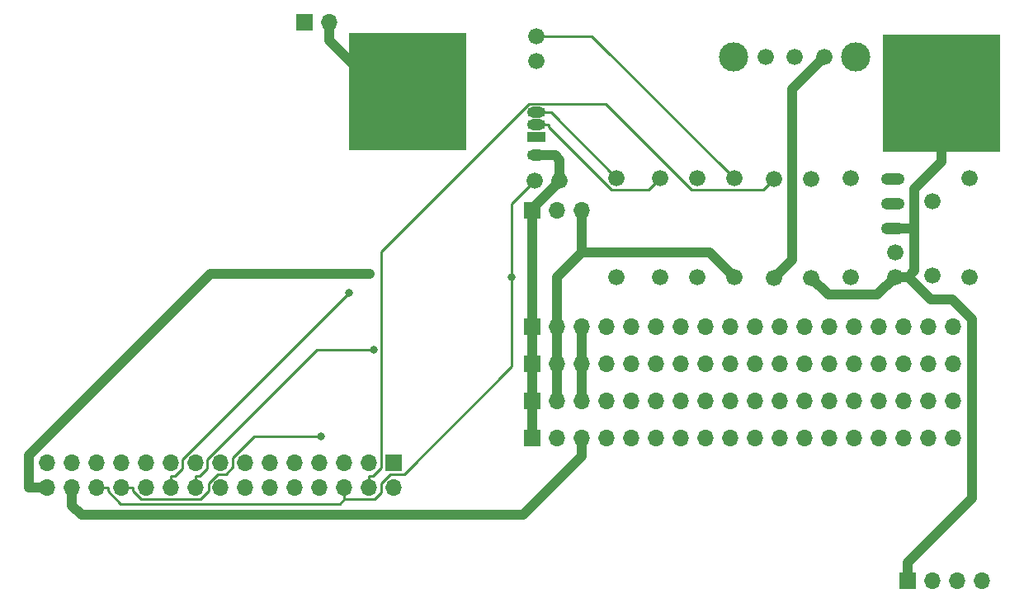
<source format=gbr>
G04 #@! TF.GenerationSoftware,KiCad,Pcbnew,(5.99.0-237-g844f45605)*
G04 #@! TF.CreationDate,2019-10-21T15:13:02+09:00*
G04 #@! TF.ProjectId,M5_board,4d355f62-6f61-4726-942e-6b696361645f,rev?*
G04 #@! TF.SameCoordinates,Original*
G04 #@! TF.FileFunction,Copper,L2,Bot*
G04 #@! TF.FilePolarity,Positive*
%FSLAX46Y46*%
G04 Gerber Fmt 4.6, Leading zero omitted, Abs format (unit mm)*
G04 Created by KiCad (PCBNEW (5.99.0-237-g844f45605)) date 2019-10-21 15:13:02*
%MOMM*%
%LPD*%
G04 APERTURE LIST*
%ADD10R,12.000000X12.000000*%
%ADD11C,2.743200*%
%ADD12O,1.700000X1.700000*%
%ADD13R,1.700000X1.700000*%
%ADD14O,1.905000X1.117600*%
%ADD15R,1.905000X1.117600*%
%ADD16C,1.676400*%
%ADD17O,2.438400X1.219200*%
%ADD18C,3.000000*%
%ADD19C,0.800000*%
%ADD20C,1.000000*%
%ADD21C,1.000000*%
%ADD22C,0.250000*%
G04 APERTURE END LIST*
D10*
X201819000Y-77110000D03*
X147019000Y-76900000D03*
D11*
X150339000Y-74360000D03*
X143591000Y-76900000D03*
X150339000Y-79440000D03*
X198099000Y-79460000D03*
X204847000Y-76920000D03*
X198099000Y-74380000D03*
D12*
X203048000Y-101040000D03*
X200508000Y-101040000D03*
X197968000Y-101040000D03*
X195428000Y-101040000D03*
X192888000Y-101040000D03*
X190348000Y-101040000D03*
X187808000Y-101040000D03*
X185268000Y-101040000D03*
X182728000Y-101040000D03*
X180188000Y-101040000D03*
X177648000Y-101040000D03*
X175108000Y-101040000D03*
X172568000Y-101040000D03*
X170028000Y-101040000D03*
X167488000Y-101040000D03*
X164948000Y-101040000D03*
X162408000Y-101040000D03*
D13*
X159868000Y-101040000D03*
D12*
X203048000Y-104850000D03*
X200508000Y-104850000D03*
X197968000Y-104850000D03*
X195428000Y-104850000D03*
X192888000Y-104850000D03*
X190348000Y-104850000D03*
X187808000Y-104850000D03*
X185268000Y-104850000D03*
X182728000Y-104850000D03*
X180188000Y-104850000D03*
X177648000Y-104850000D03*
X175108000Y-104850000D03*
X172568000Y-104850000D03*
X170028000Y-104850000D03*
X167488000Y-104850000D03*
X164948000Y-104850000D03*
X162408000Y-104850000D03*
D13*
X159868000Y-104850000D03*
D12*
X203048000Y-108660000D03*
X200508000Y-108660000D03*
X197968000Y-108660000D03*
X195428000Y-108660000D03*
X192888000Y-108660000D03*
X190348000Y-108660000D03*
X187808000Y-108660000D03*
X185268000Y-108660000D03*
X182728000Y-108660000D03*
X180188000Y-108660000D03*
X177648000Y-108660000D03*
X175108000Y-108660000D03*
X172568000Y-108660000D03*
X170028000Y-108660000D03*
X167488000Y-108660000D03*
X164948000Y-108660000D03*
X162408000Y-108660000D03*
D13*
X159868000Y-108660000D03*
D12*
X203048000Y-112470000D03*
X200508000Y-112470000D03*
X197968000Y-112470000D03*
X195428000Y-112470000D03*
X192888000Y-112470000D03*
X190348000Y-112470000D03*
X187808000Y-112470000D03*
X185268000Y-112470000D03*
X182728000Y-112470000D03*
X180188000Y-112470000D03*
X177648000Y-112470000D03*
X175108000Y-112470000D03*
X172568000Y-112470000D03*
X170028000Y-112470000D03*
X167488000Y-112470000D03*
X164948000Y-112470000D03*
X162408000Y-112470000D03*
D13*
X159868000Y-112470000D03*
D12*
X139040000Y-69798000D03*
D13*
X136500000Y-69798000D03*
D14*
X160249000Y-79060000D03*
X160249000Y-80260000D03*
D15*
X160249000Y-81590000D03*
D14*
X160249000Y-83460000D03*
D16*
X188458000Y-96010000D03*
X188458000Y-85850000D03*
X184648000Y-85850000D03*
X184648000Y-96010000D03*
X162662000Y-86054000D03*
X160122000Y-86054000D03*
X176759000Y-95960000D03*
X176759000Y-85800000D03*
X172949000Y-95960000D03*
X172949000Y-85800000D03*
X168504000Y-95960000D03*
X168504000Y-85800000D03*
D17*
X196829000Y-85900000D03*
X196829000Y-90980000D03*
X196829000Y-88440000D03*
D16*
X183791600Y-73354000D03*
X189791600Y-73354000D03*
D18*
X193041600Y-73354000D03*
X180541600Y-73354000D03*
D16*
X186791600Y-73354000D03*
X192497000Y-85775000D03*
X192497000Y-95935000D03*
X180569000Y-85800000D03*
X180569000Y-95960000D03*
X204699000Y-95960000D03*
X204699000Y-85800000D03*
D12*
X205969000Y-127075000D03*
X203429000Y-127075000D03*
X200889000Y-127075000D03*
D13*
X198349000Y-127075000D03*
D12*
X164948000Y-89102000D03*
X162408000Y-89102000D03*
D13*
X159868000Y-89102000D03*
D12*
X110084000Y-117550000D03*
X110084000Y-115010000D03*
X112624000Y-117550000D03*
X112624000Y-115010000D03*
X115164000Y-117550000D03*
X115164000Y-115010000D03*
X117704000Y-117550000D03*
X117704000Y-115010000D03*
X120244000Y-117550000D03*
X120244000Y-115010000D03*
X122784000Y-117550000D03*
X122784000Y-115010000D03*
X125324000Y-117550000D03*
X125324000Y-115010000D03*
X127864000Y-117550000D03*
X127864000Y-115010000D03*
X130404000Y-117550000D03*
X130404000Y-115010000D03*
X132944000Y-117550000D03*
X132944000Y-115010000D03*
X135484000Y-117550000D03*
X135484000Y-115010000D03*
X138024000Y-117550000D03*
X138024000Y-115010000D03*
X140564000Y-117550000D03*
X140564000Y-115010000D03*
X143104000Y-117550000D03*
X143104000Y-115010000D03*
X145644000Y-117550000D03*
D13*
X145644000Y-115010000D03*
D16*
X200904000Y-95808000D03*
X200904000Y-88188000D03*
X160249000Y-73735000D03*
X160249000Y-71195000D03*
X197079000Y-95960000D03*
X197079000Y-93420000D03*
D19*
X143568700Y-103430100D03*
X138157200Y-112335200D03*
X157754500Y-95984200D03*
X141065700Y-97581900D03*
D20*
X143189100Y-95606900D03*
D21*
X184648000Y-96010000D02*
X186486600Y-94171400D01*
X186486600Y-94171400D02*
X186486600Y-76659000D01*
X186486600Y-76659000D02*
X189791600Y-73354000D01*
X139040000Y-69798000D02*
X139040000Y-71648300D01*
X143591000Y-76900000D02*
X147019000Y-76900000D01*
X143591000Y-76199300D02*
X139040000Y-71648300D01*
X143591000Y-76900000D02*
X143591000Y-76199300D01*
D22*
X125324000Y-117550000D02*
X125324000Y-116374700D01*
X137766600Y-103430100D02*
X143568700Y-103430100D01*
X126499300Y-114697400D02*
X137766600Y-103430100D01*
X126499300Y-115566800D02*
X126499300Y-114697400D01*
X125691400Y-116374700D02*
X126499300Y-115566800D01*
X125324000Y-116374700D02*
X125691400Y-116374700D01*
X131336100Y-112335200D02*
X138157200Y-112335200D01*
X129134000Y-114537300D02*
X131336100Y-112335200D01*
X129134000Y-115441000D02*
X129134000Y-114537300D01*
X128389600Y-116185400D02*
X129134000Y-115441000D01*
X127544400Y-116185400D02*
X128389600Y-116185400D01*
X126627400Y-117102400D02*
X127544400Y-116185400D01*
X126627400Y-117918000D02*
X126627400Y-117102400D01*
X125784400Y-118761000D02*
X126627400Y-117918000D01*
X119723000Y-118761000D02*
X125784400Y-118761000D01*
X118879300Y-117917300D02*
X119723000Y-118761000D01*
X118879300Y-117550000D02*
X118879300Y-117917300D01*
X117704000Y-117550000D02*
X118879300Y-117550000D01*
X115164000Y-117550000D02*
X116339300Y-117550000D01*
X157754500Y-88421500D02*
X160122000Y-86054000D01*
X157754500Y-95984200D02*
X157754500Y-88421500D01*
X140077900Y-119211400D02*
X140564000Y-118725300D01*
X117633400Y-119211400D02*
X140077900Y-119211400D01*
X116339300Y-117917300D02*
X117633400Y-119211400D01*
X116339300Y-117550000D02*
X116339300Y-117917300D01*
X140564000Y-117550000D02*
X140564000Y-118612700D01*
X140564000Y-118612700D02*
X140564000Y-118725300D01*
X157754500Y-105125300D02*
X157754500Y-95984200D01*
X146694400Y-116185400D02*
X157754500Y-105125300D01*
X145284400Y-116185400D02*
X146694400Y-116185400D01*
X144314300Y-117155500D02*
X145284400Y-116185400D01*
X144314300Y-118059900D02*
X144314300Y-117155500D01*
X143648900Y-118725300D02*
X144314300Y-118059900D01*
X140564000Y-118725300D02*
X143648900Y-118725300D01*
D21*
X112624000Y-117550000D02*
X112624000Y-119400300D01*
X164948000Y-112470000D02*
X164948000Y-114320300D01*
X164948000Y-108660000D02*
X164948000Y-104850000D01*
X164948000Y-104850000D02*
X164948000Y-101040000D01*
X158914600Y-120353700D02*
X164948000Y-114320300D01*
X113577400Y-120353700D02*
X158914600Y-120353700D01*
X112624000Y-119400300D02*
X113577400Y-120353700D01*
X162408000Y-108660000D02*
X162408000Y-104850000D01*
X162408000Y-104850000D02*
X162408000Y-101040000D01*
X178040800Y-93431800D02*
X180569000Y-95960000D01*
X164948000Y-93431800D02*
X178040800Y-93431800D01*
X162408000Y-95971800D02*
X164948000Y-93431800D01*
X162408000Y-101040000D02*
X162408000Y-95971800D01*
X164948000Y-93431800D02*
X164948000Y-89102000D01*
D22*
X183526100Y-86971900D02*
X184648000Y-85850000D01*
X176187100Y-86971900D02*
X183526100Y-86971900D01*
X167379100Y-78163900D02*
X176187100Y-86971900D01*
X159470500Y-78163900D02*
X167379100Y-78163900D01*
X144314500Y-93319900D02*
X159470500Y-78163900D01*
X144314500Y-115531500D02*
X144314500Y-93319900D01*
X143471300Y-116374700D02*
X144314500Y-115531500D01*
X143104000Y-116374700D02*
X143471300Y-116374700D01*
X143104000Y-117550000D02*
X143104000Y-116374700D01*
X122784000Y-117550000D02*
X122784000Y-116374700D01*
X123959300Y-114688300D02*
X141065700Y-97581900D01*
X123959300Y-115566800D02*
X123959300Y-114688300D01*
X123151400Y-116374700D02*
X123959300Y-115566800D01*
X122784000Y-116374700D02*
X123151400Y-116374700D01*
X161526800Y-80519900D02*
X161526800Y-80260000D01*
X167974400Y-86967500D02*
X161526800Y-80519900D01*
X171781500Y-86967500D02*
X167974400Y-86967500D01*
X172949000Y-85800000D02*
X171781500Y-86967500D01*
X160249000Y-80260000D02*
X161526800Y-80260000D01*
X161764000Y-79060000D02*
X160249000Y-79060000D01*
X168504000Y-85800000D02*
X161764000Y-79060000D01*
D21*
X110084000Y-117550000D02*
X108233700Y-117550000D01*
X126855500Y-95606900D02*
X143189100Y-95606900D01*
X108233700Y-114228700D02*
X126855500Y-95606900D01*
X108233700Y-117550000D02*
X108233700Y-114228700D01*
D22*
X165964000Y-71195000D02*
X180569000Y-85800000D01*
X160249000Y-71195000D02*
X165964000Y-71195000D01*
D21*
X162662000Y-83920200D02*
X162201800Y-83460000D01*
X162662000Y-86054000D02*
X162662000Y-83920200D01*
X160249000Y-83460000D02*
X162201800Y-83460000D01*
X202009000Y-76920000D02*
X201819000Y-77110000D01*
X204847000Y-76920000D02*
X202009000Y-76920000D01*
X159868000Y-104850000D02*
X159868000Y-101040000D01*
X195264000Y-97775000D02*
X197079000Y-95960000D01*
X190223000Y-97775000D02*
X195264000Y-97775000D01*
X188458000Y-96010000D02*
X190223000Y-97775000D01*
X198349000Y-127075000D02*
X198349000Y-125224700D01*
X204942700Y-118631000D02*
X198349000Y-125224700D01*
X204942700Y-100294000D02*
X204942700Y-118631000D01*
X202922000Y-98273300D02*
X204942700Y-100294000D01*
X200766600Y-98273300D02*
X202922000Y-98273300D01*
X198410800Y-95917500D02*
X200766600Y-98273300D01*
X198368300Y-95960000D02*
X198410800Y-95917500D01*
X197079000Y-95960000D02*
X198368300Y-95960000D01*
X196829000Y-90980000D02*
X199048400Y-90980000D01*
X199048400Y-95279900D02*
X199048400Y-90980000D01*
X198410800Y-95917500D02*
X199048400Y-95279900D01*
X199056900Y-86872400D02*
X201819000Y-84110300D01*
X199056900Y-90971500D02*
X199056900Y-86872400D01*
X199048400Y-90980000D02*
X199056900Y-90971500D01*
X201819000Y-77110000D02*
X201819000Y-84110300D01*
X159868000Y-104850000D02*
X159868000Y-108660000D01*
X159868000Y-108660000D02*
X159868000Y-112470000D01*
X159868000Y-101040000D02*
X159868000Y-89102000D01*
X162662000Y-86172600D02*
X162662000Y-86054000D01*
X159868000Y-88966600D02*
X162662000Y-86172600D01*
X159868000Y-89102000D02*
X159868000Y-88966600D01*
M02*

</source>
